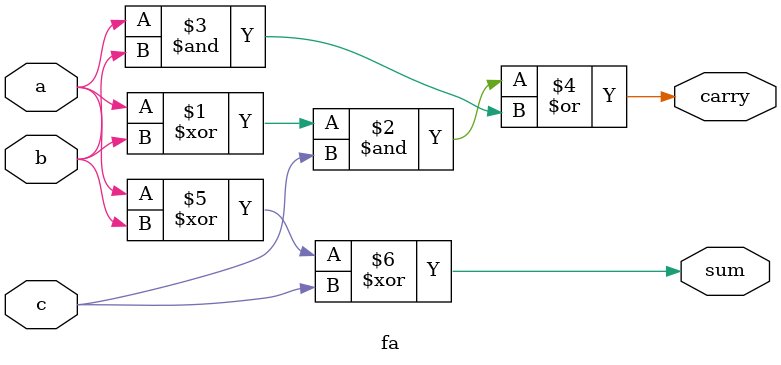
<source format=v>
module top_module( 
    input [99:0] a, b,
    input cin,
    output [99:0] cout,
    output [99:0] sum );
genvar i;
    generate
        fa fa0(a[0],b[0],cin,sum[0],cout[0]);
        for (i=1;i<100;i=i+1)
            begin: gen_fa_loop
                fa fa_inst(a[i],b[i],cout[i-1],sum[i],cout[i]);
            end
    endgenerate
endmodule
module fa(a,b,c,sum,carry);
        input a,b,c;
        output sum,carry;
    assign {sum,carry}={a^b^c,((a^b)&c)|(a&b)};
endmodule

</source>
